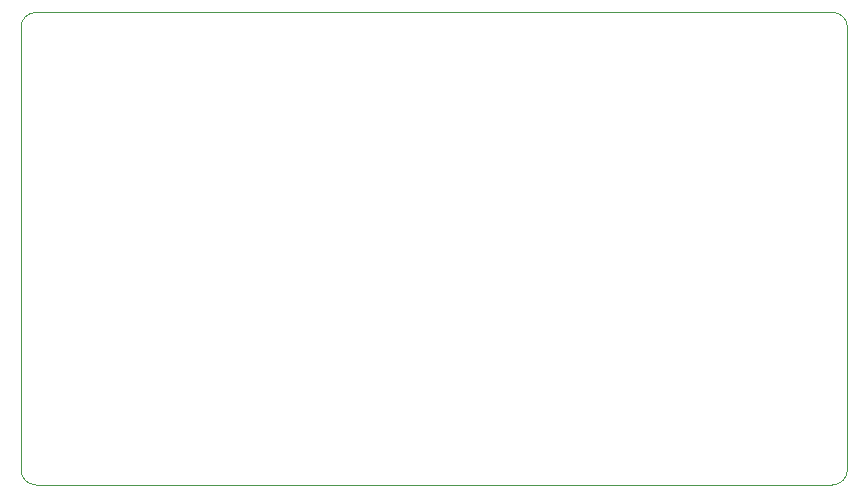
<source format=gbr>
G04 #@! TF.GenerationSoftware,KiCad,Pcbnew,(5.1.2)-2*
G04 #@! TF.CreationDate,2020-12-20T10:56:28+00:00*
G04 #@! TF.ProjectId,Roctec 26-pin to Amiga 34-pin Adapter,526f6374-6563-4203-9236-2d70696e2074,rev?*
G04 #@! TF.SameCoordinates,Original*
G04 #@! TF.FileFunction,Profile,NP*
%FSLAX46Y46*%
G04 Gerber Fmt 4.6, Leading zero omitted, Abs format (unit mm)*
G04 Created by KiCad (PCBNEW (5.1.2)-2) date 2020-12-20 10:56:28*
%MOMM*%
%LPD*%
G04 APERTURE LIST*
%ADD10C,0.050000*%
G04 APERTURE END LIST*
D10*
X92583000Y-125095000D02*
G75*
G02X91313000Y-123825000I0J1270000D01*
G01*
X161290000Y-123825000D02*
G75*
G02X160020000Y-125095000I-1270000J0D01*
G01*
X160020000Y-85090000D02*
G75*
G02X161290000Y-86360000I0J-1270000D01*
G01*
X91313000Y-86360000D02*
G75*
G02X92583000Y-85090000I1270000J0D01*
G01*
X91313000Y-123825000D02*
X91313000Y-86360000D01*
X160020000Y-125095000D02*
X92583000Y-125095000D01*
X161290000Y-86360000D02*
X161290000Y-123825000D01*
X92583000Y-85090000D02*
X160020000Y-85090000D01*
M02*

</source>
